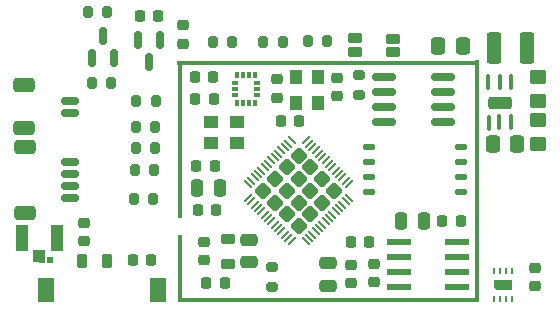
<source format=gbr>
%TF.GenerationSoftware,KiCad,Pcbnew,(6.0.9)*%
%TF.CreationDate,2022-11-24T16:49:11+01:00*%
%TF.ProjectId,LDAD ATOM PRO,4c444144-2041-4544-9f4d-2050524f2e6b,5.3*%
%TF.SameCoordinates,Original*%
%TF.FileFunction,Paste,Top*%
%TF.FilePolarity,Positive*%
%FSLAX46Y46*%
G04 Gerber Fmt 4.6, Leading zero omitted, Abs format (unit mm)*
G04 Created by KiCad (PCBNEW (6.0.9)) date 2022-11-24 16:49:11*
%MOMM*%
%LPD*%
G01*
G04 APERTURE LIST*
G04 Aperture macros list*
%AMRoundRect*
0 Rectangle with rounded corners*
0 $1 Rounding radius*
0 $2 $3 $4 $5 $6 $7 $8 $9 X,Y pos of 4 corners*
0 Add a 4 corners polygon primitive as box body*
4,1,4,$2,$3,$4,$5,$6,$7,$8,$9,$2,$3,0*
0 Add four circle primitives for the rounded corners*
1,1,$1+$1,$2,$3*
1,1,$1+$1,$4,$5*
1,1,$1+$1,$6,$7*
1,1,$1+$1,$8,$9*
0 Add four rect primitives between the rounded corners*
20,1,$1+$1,$2,$3,$4,$5,0*
20,1,$1+$1,$4,$5,$6,$7,0*
20,1,$1+$1,$6,$7,$8,$9,0*
20,1,$1+$1,$8,$9,$2,$3,0*%
%AMFreePoly0*
4,1,6,0.450000,-0.800000,-0.450000,-0.800000,-0.450000,0.530000,-0.180000,0.800000,0.450000,0.800000,0.450000,-0.800000,0.450000,-0.800000,$1*%
G04 Aperture macros list end*
%ADD10RoundRect,0.225000X-0.250000X0.225000X-0.250000X-0.225000X0.250000X-0.225000X0.250000X0.225000X0*%
%ADD11RoundRect,0.250000X0.475000X-0.250000X0.475000X0.250000X-0.475000X0.250000X-0.475000X-0.250000X0*%
%ADD12RoundRect,0.250000X-0.450000X0.350000X-0.450000X-0.350000X0.450000X-0.350000X0.450000X0.350000X0*%
%ADD13RoundRect,0.250000X-0.250000X-0.475000X0.250000X-0.475000X0.250000X0.475000X-0.250000X0.475000X0*%
%ADD14RoundRect,0.200000X-0.200000X-0.275000X0.200000X-0.275000X0.200000X0.275000X-0.200000X0.275000X0*%
%ADD15R,1.300000X1.000000*%
%ADD16RoundRect,0.225000X0.225000X0.250000X-0.225000X0.250000X-0.225000X-0.250000X0.225000X-0.250000X0*%
%ADD17RoundRect,0.250000X0.000000X-0.445477X0.445477X0.000000X0.000000X0.445477X-0.445477X0.000000X0*%
%ADD18RoundRect,0.050000X-0.238649X-0.309359X0.309359X0.238649X0.238649X0.309359X-0.309359X-0.238649X0*%
%ADD19RoundRect,0.050000X0.238649X-0.309359X0.309359X-0.238649X-0.238649X0.309359X-0.309359X0.238649X0*%
%ADD20RoundRect,0.200000X0.275000X-0.200000X0.275000X0.200000X-0.275000X0.200000X-0.275000X-0.200000X0*%
%ADD21RoundRect,0.200000X0.200000X0.275000X-0.200000X0.275000X-0.200000X-0.275000X0.200000X-0.275000X0*%
%ADD22RoundRect,0.225000X-0.225000X-0.250000X0.225000X-0.250000X0.225000X0.250000X-0.225000X0.250000X0*%
%ADD23RoundRect,0.225000X0.250000X-0.225000X0.250000X0.225000X-0.250000X0.225000X-0.250000X-0.225000X0*%
%ADD24FreePoly0,90.000000*%
%ADD25R,0.250000X0.550000*%
%ADD26R,1.100000X2.250000*%
%ADD27R,1.050000X1.100000*%
%ADD28RoundRect,0.250000X0.337500X0.475000X-0.337500X0.475000X-0.337500X-0.475000X0.337500X-0.475000X0*%
%ADD29RoundRect,0.250000X-0.375000X-1.075000X0.375000X-1.075000X0.375000X1.075000X-0.375000X1.075000X0*%
%ADD30RoundRect,0.150000X-0.825000X-0.150000X0.825000X-0.150000X0.825000X0.150000X-0.825000X0.150000X0*%
%ADD31R,1.400000X2.100000*%
%ADD32RoundRect,0.150000X-0.150000X0.587500X-0.150000X-0.587500X0.150000X-0.587500X0.150000X0.587500X0*%
%ADD33RoundRect,0.150000X0.150000X-0.587500X0.150000X0.587500X-0.150000X0.587500X-0.150000X-0.587500X0*%
%ADD34RoundRect,0.218750X0.381250X-0.218750X0.381250X0.218750X-0.381250X0.218750X-0.381250X-0.218750X0*%
%ADD35RoundRect,0.124800X-0.475200X-0.275200X0.475200X-0.275200X0.475200X0.275200X-0.475200X0.275200X0*%
%ADD36R,25.500000X0.400000*%
%ADD37R,0.400000X20.500000*%
%ADD38RoundRect,0.100000X-0.100000X-0.550000X0.100000X-0.550000X0.100000X0.550000X-0.100000X0.550000X0*%
%ADD39RoundRect,0.262500X0.737500X0.262500X-0.737500X0.262500X-0.737500X-0.262500X0.737500X-0.262500X0*%
%ADD40RoundRect,0.100000X0.100000X0.550000X-0.100000X0.550000X-0.100000X-0.550000X0.100000X-0.550000X0*%
%ADD41RoundRect,0.150000X-0.625000X0.150000X-0.625000X-0.150000X0.625000X-0.150000X0.625000X0.150000X0*%
%ADD42RoundRect,0.250000X-0.650000X0.350000X-0.650000X-0.350000X0.650000X-0.350000X0.650000X0.350000X0*%
%ADD43RoundRect,0.066000X-0.404000X-0.154000X0.404000X-0.154000X0.404000X0.154000X-0.404000X0.154000X0*%
%ADD44RoundRect,0.218750X-0.218750X-0.381250X0.218750X-0.381250X0.218750X0.381250X-0.218750X0.381250X0*%
%ADD45R,0.400000X5.700000*%
%ADD46R,0.500000X0.500000*%
%ADD47R,25.400000X0.400000*%
%ADD48R,0.400000X13.300000*%
%ADD49RoundRect,0.041300X0.948700X0.253700X-0.948700X0.253700X-0.948700X-0.253700X0.948700X-0.253700X0*%
%ADD50R,0.350000X0.580000*%
%ADD51R,0.580000X0.350000*%
%ADD52R,1.000000X1.300000*%
G04 APERTURE END LIST*
D10*
%TO.C,EC20*%
X132490000Y-103765000D03*
X132490000Y-105315000D03*
%TD*%
D11*
%TO.C,EC18*%
X142960000Y-107490000D03*
X142960000Y-105590000D03*
%TD*%
D10*
%TO.C,AUC1*%
X146860000Y-105625000D03*
X146860000Y-107175000D03*
%TD*%
D12*
%TO.C,AR1*%
X160690000Y-89850000D03*
X160690000Y-91850000D03*
%TD*%
D13*
%TO.C,EC25*%
X149140000Y-102010000D03*
X151040000Y-102010000D03*
%TD*%
D14*
%TO.C,LR1*%
X141215000Y-86810000D03*
X142865000Y-86810000D03*
%TD*%
D15*
%TO.C,ECY3*%
X133020000Y-95412500D03*
X135220000Y-95412500D03*
X135220000Y-93612500D03*
X133020000Y-93612500D03*
%TD*%
D16*
%TO.C,EC60*%
X133255000Y-91730000D03*
X131705000Y-91730000D03*
%TD*%
%TO.C,EC61*%
X133355000Y-97350000D03*
X131805000Y-97350000D03*
%TD*%
D17*
%TO.C,ESP32S3*%
X138470152Y-100459949D03*
X138470152Y-98480051D03*
X140450051Y-100459949D03*
X142429950Y-100459949D03*
X139460102Y-97490101D03*
X140450051Y-98480051D03*
X143419899Y-99470000D03*
X141440000Y-101449899D03*
X142429950Y-98480051D03*
X141440000Y-99470000D03*
X137480203Y-99470000D03*
X141440000Y-97490101D03*
X140450051Y-102439848D03*
X139460102Y-101449899D03*
X140450051Y-96500152D03*
X139460102Y-99470000D03*
D18*
X136180894Y-100062202D03*
X136463737Y-100345045D03*
X136746579Y-100627887D03*
X137029422Y-100910730D03*
X137312265Y-101193573D03*
X137595107Y-101476415D03*
X137877950Y-101759258D03*
X138160793Y-102042101D03*
X138443636Y-102324944D03*
X138726478Y-102607786D03*
X139009321Y-102890629D03*
X139292164Y-103173472D03*
X139575006Y-103456314D03*
X139857849Y-103739157D03*
D19*
X141042253Y-103739157D03*
X141325096Y-103456314D03*
X141607938Y-103173472D03*
X141890781Y-102890629D03*
X142173624Y-102607786D03*
X142456466Y-102324944D03*
X142739309Y-102042101D03*
X143022152Y-101759258D03*
X143304995Y-101476415D03*
X143587837Y-101193573D03*
X143870680Y-100910730D03*
X144153523Y-100627887D03*
X144436365Y-100345045D03*
X144719208Y-100062202D03*
D18*
X144719208Y-98877798D03*
X144436365Y-98594955D03*
X144153523Y-98312113D03*
X143870680Y-98029270D03*
X143587837Y-97746427D03*
X143304995Y-97463585D03*
X143022152Y-97180742D03*
X142739309Y-96897899D03*
X142456466Y-96615056D03*
X142173624Y-96332214D03*
X141890781Y-96049371D03*
X141607938Y-95766528D03*
X141325096Y-95483686D03*
X141042253Y-95200843D03*
D19*
X139857849Y-95200843D03*
X139575006Y-95483686D03*
X139292164Y-95766528D03*
X139009321Y-96049371D03*
X138726478Y-96332214D03*
X138443636Y-96615056D03*
X138160793Y-96897899D03*
X137877950Y-97180742D03*
X137595107Y-97463585D03*
X137312265Y-97746427D03*
X137029422Y-98029270D03*
X136746579Y-98312113D03*
X136463737Y-98594955D03*
X136180894Y-98877798D03*
%TD*%
D20*
%TO.C,ER1*%
X138220000Y-107567500D03*
X138220000Y-105917500D03*
%TD*%
D21*
%TO.C,ER3*%
X124575000Y-90310000D03*
X122925000Y-90310000D03*
%TD*%
D22*
%TO.C,EC38*%
X126415000Y-105320000D03*
X127965000Y-105320000D03*
%TD*%
D23*
%TO.C,SHC1*%
X160450000Y-107535000D03*
X160450000Y-105985000D03*
%TD*%
D20*
%TO.C,PSR1*%
X145530000Y-91312500D03*
X145530000Y-89662500D03*
%TD*%
D24*
%TO.C,SH1*%
X157760000Y-107460000D03*
D25*
X157010000Y-108635000D03*
X157510000Y-108635000D03*
X158010000Y-108635000D03*
X158510000Y-108635000D03*
X158510000Y-106285000D03*
X158010000Y-106285000D03*
X157510000Y-106285000D03*
X157010000Y-106285000D03*
%TD*%
D26*
%TO.C,J20*%
X117020000Y-103460000D03*
X119970000Y-103460000D03*
D27*
X118495000Y-105010000D03*
%TD*%
D22*
%TO.C,EC26*%
X144875000Y-103770000D03*
X146425000Y-103770000D03*
%TD*%
D28*
%TO.C,AC1*%
X154357500Y-87190000D03*
X152282500Y-87190000D03*
%TD*%
D10*
%TO.C,MCPC2*%
X130640000Y-85455000D03*
X130640000Y-87005000D03*
%TD*%
D11*
%TO.C,EC40*%
X136280000Y-105520000D03*
X136280000Y-103620000D03*
%TD*%
D23*
%TO.C,EC17*%
X144870000Y-107295000D03*
X144870000Y-105745000D03*
%TD*%
D29*
%TO.C,AL1*%
X157020000Y-87400000D03*
X159820000Y-87400000D03*
%TD*%
D30*
%TO.C,EPS1*%
X147715000Y-89825000D03*
X147715000Y-91095000D03*
X147715000Y-92365000D03*
X147715000Y-93635000D03*
X152665000Y-93635000D03*
X152665000Y-92365000D03*
X152665000Y-91095000D03*
X152665000Y-89825000D03*
%TD*%
D14*
%TO.C,ICR1*%
X133175000Y-86890000D03*
X134825000Y-86890000D03*
%TD*%
D31*
%TO.C,ANT1*%
X119040000Y-107880000D03*
X128540000Y-107880000D03*
%TD*%
D22*
%TO.C,EC16*%
X138975000Y-93570000D03*
X140525000Y-93570000D03*
%TD*%
%TO.C,IMUC1*%
X131685000Y-89870000D03*
X133235000Y-89870000D03*
%TD*%
D32*
%TO.C,U1*%
X128730000Y-86722500D03*
X126830000Y-86722500D03*
X127780000Y-88597500D03*
%TD*%
D33*
%TO.C,Q5*%
X122970000Y-88217500D03*
X124870000Y-88217500D03*
X123920000Y-86342500D03*
%TD*%
D23*
%TO.C,EC51*%
X143720000Y-91475000D03*
X143720000Y-89925000D03*
%TD*%
D22*
%TO.C,EC15*%
X131925000Y-101070000D03*
X133475000Y-101070000D03*
%TD*%
D14*
%TO.C,IDR1*%
X137455000Y-86900000D03*
X139105000Y-86900000D03*
%TD*%
%TO.C,QR1*%
X122625000Y-84360000D03*
X124275000Y-84360000D03*
%TD*%
D34*
%TO.C,L2*%
X134480000Y-105672500D03*
X134480000Y-103547500D03*
%TD*%
D28*
%TO.C,AC2*%
X158987500Y-95470000D03*
X156912500Y-95470000D03*
%TD*%
D35*
%TO.C,LED1*%
X145230000Y-87700000D03*
X148410000Y-87710000D03*
X145230000Y-86560000D03*
X148420000Y-86590000D03*
%TD*%
D16*
%TO.C,EC19*%
X134205000Y-107260000D03*
X132655000Y-107260000D03*
%TD*%
D36*
%TO.C,*%
X142930000Y-108670000D03*
%TD*%
D13*
%TO.C,EC14*%
X131880000Y-99220000D03*
X133780000Y-99220000D03*
%TD*%
D37*
%TO.C,REF\u002A\u002A*%
X155530000Y-98650000D03*
%TD*%
D38*
%TO.C,AU1*%
X158440000Y-90290000D03*
X157500000Y-90295000D03*
D39*
X157475000Y-92010000D03*
D38*
X156515000Y-90295000D03*
D40*
X156545000Y-93685000D03*
X157460000Y-93680000D03*
X158420000Y-93680000D03*
%TD*%
D41*
%TO.C,I2C2*%
X121140000Y-97050000D03*
X121140000Y-98050000D03*
X121140000Y-99050000D03*
X121140000Y-100050000D03*
D42*
X117265000Y-101350000D03*
X117265000Y-95750000D03*
%TD*%
D21*
%TO.C,EXP_R3*%
X128255000Y-97680000D03*
X126605000Y-97680000D03*
%TD*%
D23*
%TO.C,EC50*%
X138620000Y-91575000D03*
X138620000Y-90025000D03*
%TD*%
D43*
%TO.C,ESP_FLASH1*%
X146395000Y-95755000D03*
X146395000Y-97025000D03*
X146395000Y-98295000D03*
X146395000Y-99565000D03*
X154185000Y-99565000D03*
X154185000Y-98295000D03*
X154185000Y-97025000D03*
X154185000Y-95755000D03*
%TD*%
D21*
%TO.C,EXP_R4*%
X128145000Y-100180000D03*
X126495000Y-100180000D03*
%TD*%
D23*
%TO.C,EC37*%
X122320000Y-103735000D03*
X122320000Y-102185000D03*
%TD*%
D16*
%TO.C,MCPC1*%
X128595000Y-84680000D03*
X127045000Y-84680000D03*
%TD*%
D44*
%TO.C,EL4*%
X122087500Y-105430000D03*
X124212500Y-105430000D03*
%TD*%
D12*
%TO.C,AR2*%
X160750000Y-93460000D03*
X160750000Y-95460000D03*
%TD*%
D41*
%TO.C,J3*%
X121080000Y-91840000D03*
X121080000Y-92840000D03*
D42*
X117205000Y-94140000D03*
X117205000Y-90540000D03*
%TD*%
D45*
%TO.C,*%
X130430000Y-105980000D03*
%TD*%
D21*
%TO.C,EXP_R2*%
X128315000Y-95870000D03*
X126665000Y-95870000D03*
%TD*%
D46*
%TO.C,REF\u002A\u002A*%
X118765000Y-105305000D03*
X119390000Y-105310000D03*
%TD*%
D21*
%TO.C,EXP_R1*%
X128335000Y-94050000D03*
X126685000Y-94050000D03*
%TD*%
D47*
%TO.C,*%
X142890000Y-88610000D03*
%TD*%
D48*
%TO.C,REF\u002A\u002A*%
X130430000Y-95190000D03*
%TD*%
D49*
%TO.C,U2*%
X153870000Y-107585000D03*
X153870000Y-106315000D03*
X153870000Y-105045000D03*
X153870000Y-103775000D03*
X148930000Y-103775000D03*
X148930000Y-105045000D03*
X148930000Y-106315000D03*
X148930000Y-107585000D03*
%TD*%
D50*
%TO.C,IMU1*%
X136760000Y-89655000D03*
X136260000Y-89655000D03*
X135760000Y-89655000D03*
X135260000Y-89655000D03*
D51*
X135085000Y-90330000D03*
X135085000Y-90830000D03*
X135085000Y-91330000D03*
D50*
X135260000Y-92005000D03*
X135760000Y-92005000D03*
X136260000Y-92005000D03*
X136760000Y-92005000D03*
D51*
X136935000Y-91330000D03*
X136935000Y-90830000D03*
X136935000Y-90330000D03*
%TD*%
D14*
%TO.C,ER2*%
X126695000Y-91900000D03*
X128345000Y-91900000D03*
%TD*%
D16*
%TO.C,EC24*%
X154175000Y-101980000D03*
X152625000Y-101980000D03*
%TD*%
D52*
%TO.C,ECY2*%
X142060000Y-92000000D03*
X142060000Y-89800000D03*
X140260000Y-89800000D03*
X140260000Y-92000000D03*
%TD*%
M02*

</source>
